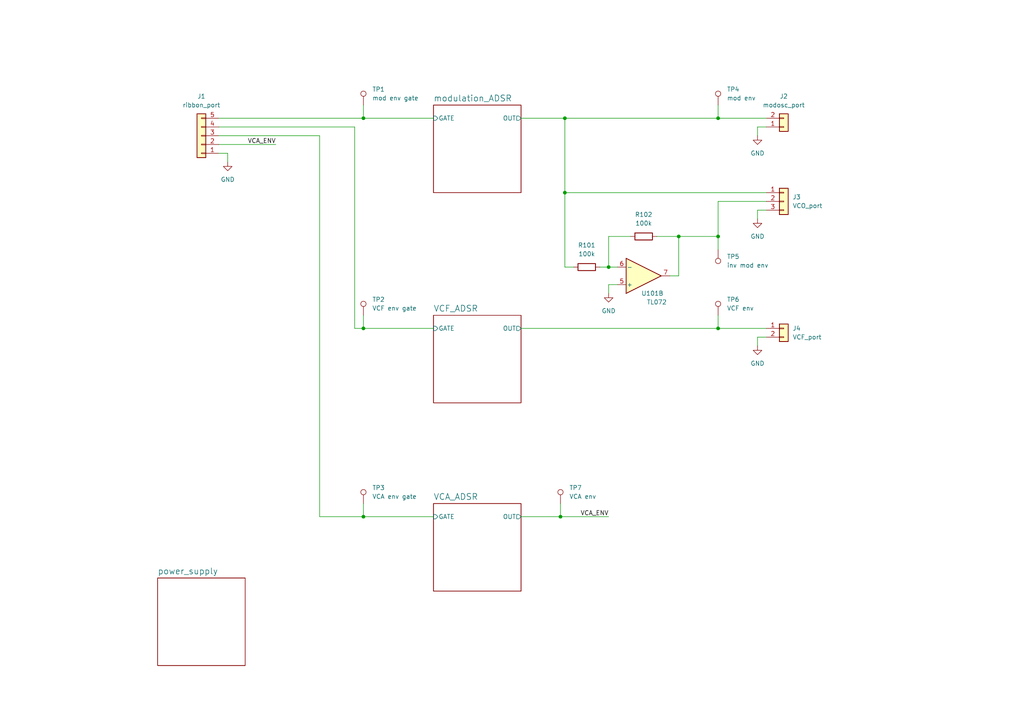
<source format=kicad_sch>
(kicad_sch (version 20211123) (generator eeschema)
  (paper "A4")
  (title_block (title "Josh Ox Ribbon Synth ADSR board") (date "2022-06-16") (rev "0") (comment 2 "creativecommons.org/licences/by/4.0") (comment 3 "license: CC by 4.0") (comment 4 "Author: Jordan Aceto"))
  (lib_symbols
    (symbol "Amplifier_Operational:TL072" (pin_names (offset 0.127))
      (property "Reference" "U" (at 0 5.08 0))
      (property "Value" "TL072" (at 0 -5.08 0))
      (symbol "TL072_1_1"
        (polyline (pts (xy -5.08 5.08) (xy 5.08 0) (xy -5.08 -5.08) (xy -5.08 5.08)) (stroke (width 0.254)) (fill (type background)))
        (pin output line (at 7.62 0 180) (length 2.54) (name "~") (number "1"))
        (pin input line (at -7.62 -2.54 0) (length 2.54) (name "-") (number "2"))
        (pin input line (at -7.62 2.54 0) (length 2.54) (name "+") (number "3"))
      )
      (symbol "TL072_2_1"
        (polyline (pts (xy -5.08 5.08) (xy 5.08 0) (xy -5.08 -5.08) (xy -5.08 5.08)) (stroke (width 0.254)) (fill (type background)))
        (pin input line (at -7.62 2.54 0) (length 2.54) (name "+") (number "5"))
        (pin input line (at -7.62 -2.54 0) (length 2.54) (name "-") (number "6"))
        (pin output line (at 7.62 0 180) (length 2.54) (name "~") (number "7"))
      )
      (symbol "TL072_3_1"
        (pin power_in line (at -2.54 -7.62 90) (length 3.81) (name "V-") (number "4"))
        (pin power_in line (at -2.54 7.62 270) (length 3.81) (name "V+") (number "8"))
      )
    )
    (symbol "Connector:TestPoint" (pin_numbers hide) (pin_names (offset 0.762) hide)
      (property "Reference" "TP" (at 0 6.858 0))
      (property "Value" "TestPoint" (at 0 5.08 0))
      (symbol "TestPoint_0_1"
        (circle (center 0 3.302) (radius 0.762))
      )
      (symbol "TestPoint_1_1"
        (pin passive line (at 0 0 90) (length 2.54) (name "1") (number "1"))
      )
    )
    (symbol "Connector_Generic:Conn_01x02" (pin_names (offset 1.016) hide)
      (property "Reference" "J" (at 0 2.54 0))
      (property "Value" "Conn_01x02" (at 0 -5.08 0))
      (symbol "Conn_01x02_1_1"
        (rectangle (start -1.27 -2.413) (end 0 -2.667) (stroke (width 0.1524)))
        (rectangle (start -1.27 0.127) (end 0 -0.127) (stroke (width 0.1524)))
        (rectangle (start -1.27 1.27) (end 1.27 -3.81) (stroke (width 0.254)) (fill (type background)))
        (pin passive line (at -5.08 0 0) (length 3.81) (name "Pin_1") (number "1"))
        (pin passive line (at -5.08 -2.54 0) (length 3.81) (name "Pin_2") (number "2"))
      )
    )
    (symbol "Connector_Generic:Conn_01x03" (pin_names (offset 1.016) hide)
      (property "Reference" "J" (at 0 5.08 0))
      (property "Value" "Conn_01x03" (at 0 -5.08 0))
      (symbol "Conn_01x03_1_1"
        (rectangle (start -1.27 -2.413) (end 0 -2.667) (stroke (width 0.1524)))
        (rectangle (start -1.27 0.127) (end 0 -0.127) (stroke (width 0.1524)))
        (rectangle (start -1.27 2.667) (end 0 2.413) (stroke (width 0.1524)))
        (rectangle (start -1.27 3.81) (end 1.27 -3.81) (stroke (width 0.254)) (fill (type background)))
        (pin passive line (at -5.08 2.54 0) (length 3.81) (name "Pin_1") (number "1"))
        (pin passive line (at -5.08 0 0) (length 3.81) (name "Pin_2") (number "2"))
        (pin passive line (at -5.08 -2.54 0) (length 3.81) (name "Pin_3") (number "3"))
      )
    )
    (symbol "Connector_Generic:Conn_01x05" (pin_names (offset 1.016) hide)
      (property "Reference" "J" (at 0 7.62 0))
      (property "Value" "Conn_01x05" (at 0 -7.62 0))
      (symbol "Conn_01x05_1_1"
        (rectangle (start -1.27 -4.953) (end 0 -5.207) (stroke (width 0.1524)))
        (rectangle (start -1.27 -2.413) (end 0 -2.667) (stroke (width 0.1524)))
        (rectangle (start -1.27 0.127) (end 0 -0.127) (stroke (width 0.1524)))
        (rectangle (start -1.27 2.667) (end 0 2.413) (stroke (width 0.1524)))
        (rectangle (start -1.27 5.207) (end 0 4.953) (stroke (width 0.1524)))
        (rectangle (start -1.27 6.35) (end 1.27 -6.35) (stroke (width 0.254)) (fill (type background)))
        (pin passive line (at -5.08 5.08 0) (length 3.81) (name "Pin_1") (number "1"))
        (pin passive line (at -5.08 2.54 0) (length 3.81) (name "Pin_2") (number "2"))
        (pin passive line (at -5.08 0 0) (length 3.81) (name "Pin_3") (number "3"))
        (pin passive line (at -5.08 -2.54 0) (length 3.81) (name "Pin_4") (number "4"))
        (pin passive line (at -5.08 -5.08 0) (length 3.81) (name "Pin_5") (number "5"))
      )
    )
    (symbol "Device:R" (pin_numbers hide) (pin_names (offset 0))
      (property "Reference" "R" (at 2.032 0 90))
      (property "Value" "R" (at 0 0 90))
      (symbol "R_0_1"
        (rectangle (start -1.016 -2.54) (end 1.016 2.54) (stroke (width 0.254)))
      )
      (symbol "R_1_1"
        (pin passive line (at 0 3.81 270) (length 1.27) (name "~") (number "1"))
        (pin passive line (at 0 -3.81 90) (length 1.27) (name "~") (number "2"))
      )
    )
    (symbol "power:GND" (power) (pin_names (offset 0))
      (property "Value" "GND" (at 0 -3.81 0))
      (symbol "GND_0_1"
        (polyline (pts (xy 0 0) (xy 0 -1.27) (xy 1.27 -1.27) (xy 0 -2.54) (xy -1.27 -1.27) (xy 0 -1.27)))
      )
      (symbol "GND_1_1"
        (pin power_in line (at 0 0 270) (length 0) hide (name "GND") (number "1"))
      )
    )
  )
  (junction (at 196.85 68.58))
  (junction (at 105.41 149.86))
  (junction (at 176.53 77.47))
  (junction (at 105.41 34.29))
  (junction (at 105.41 95.25))
  (junction (at 208.28 68.58))
  (junction (at 163.83 34.29))
  (junction (at 163.83 55.88))
  (junction (at 162.56 149.86))
  (junction (at 208.28 34.29))
  (junction (at 208.28 95.25))
  (wire (pts (xy 176.53 68.58) (xy 182.88 68.58)))
  (wire (pts (xy 63.5 34.29) (xy 105.41 34.29)))
  (wire (pts (xy 219.71 36.83) (xy 222.25 36.83)))
  (wire (pts (xy 176.53 82.55) (xy 179.07 82.55)))
  (wire (pts (xy 105.41 34.29) (xy 125.73 34.29)))
  (wire (pts (xy 151.13 34.29) (xy 163.83 34.29)))
  (wire (pts (xy 208.28 30.48) (xy 208.28 34.29)))
  (wire (pts (xy 196.85 68.58) (xy 208.28 68.58)))
  (wire (pts (xy 196.85 68.58) (xy 190.5 68.58)))
  (wire (pts (xy 92.71 39.37) (xy 92.71 149.86)))
  (wire (pts (xy 163.83 55.88) (xy 222.25 55.88)))
  (wire (pts (xy 163.83 55.88) (xy 163.83 34.29)))
  (wire (pts (xy 208.28 34.29) (xy 222.25 34.29)))
  (wire (pts (xy 63.5 41.91) (xy 80.01 41.91)))
  (wire (pts (xy 173.99 77.47) (xy 176.53 77.47)))
  (wire (pts (xy 208.28 95.25) (xy 222.25 95.25)))
  (wire (pts (xy 208.28 91.44) (xy 208.28 95.25)))
  (wire (pts (xy 92.71 149.86) (xy 105.41 149.86)))
  (wire (pts (xy 66.04 46.99) (xy 66.04 44.45)))
  (wire (pts (xy 219.71 100.33) (xy 219.71 97.79)))
  (wire (pts (xy 105.41 95.25) (xy 125.73 95.25)))
  (wire (pts (xy 105.41 91.44) (xy 105.41 95.25)))
  (wire (pts (xy 219.71 39.37) (xy 219.71 36.83)))
  (wire (pts (xy 219.71 60.96) (xy 222.25 60.96)))
  (wire (pts (xy 105.41 30.48) (xy 105.41 34.29)))
  (wire (pts (xy 208.28 68.58) (xy 208.28 58.42)))
  (wire (pts (xy 151.13 95.25) (xy 208.28 95.25)))
  (wire (pts (xy 102.87 95.25) (xy 105.41 95.25)))
  (wire (pts (xy 151.13 149.86) (xy 162.56 149.86)))
  (wire (pts (xy 219.71 97.79) (xy 222.25 97.79)))
  (wire (pts (xy 162.56 149.86) (xy 176.53 149.86)))
  (wire (pts (xy 208.28 68.58) (xy 208.28 72.39)))
  (wire (pts (xy 63.5 36.83) (xy 102.87 36.83)))
  (wire (pts (xy 66.04 44.45) (xy 63.5 44.45)))
  (wire (pts (xy 162.56 146.05) (xy 162.56 149.86)))
  (wire (pts (xy 194.31 80.01) (xy 196.85 80.01)))
  (wire (pts (xy 196.85 80.01) (xy 196.85 68.58)))
  (wire (pts (xy 176.53 77.47) (xy 176.53 68.58)))
  (wire (pts (xy 102.87 36.83) (xy 102.87 95.25)))
  (wire (pts (xy 166.37 77.47) (xy 163.83 77.47)))
  (wire (pts (xy 219.71 63.5) (xy 219.71 60.96)))
  (wire (pts (xy 208.28 58.42) (xy 222.25 58.42)))
  (wire (pts (xy 176.53 77.47) (xy 179.07 77.47)))
  (wire (pts (xy 105.41 149.86) (xy 125.73 149.86)))
  (wire (pts (xy 163.83 34.29) (xy 208.28 34.29)))
  (wire (pts (xy 176.53 85.09) (xy 176.53 82.55)))
  (wire (pts (xy 105.41 146.05) (xy 105.41 149.86)))
  (wire (pts (xy 163.83 77.47) (xy 163.83 55.88)))
  (wire (pts (xy 63.5 39.37) (xy 92.71 39.37)))
  (label "VCA_ENV" (at 80.01 41.91 180))
  (label "VCA_ENV" (at 176.53 149.86 180))
  (symbol (lib_id "Amplifier_Operational:TL072") (at 186.69 80.01 0) (mirror x) (unit 2)
    (property "Reference" "U101" (at 189.23 85.09 0))
    (property "Value" "TL072" (at 190.5 87.63 0))
    (property "Footprint" "Package_SO:SO-8_5.3x6.2mm_P1.27mm" (effects hide))
    (property "Datasheet" "http://www.ti.com/lit/ds/symlink/tl071.pdf" (effects hide))
  )
  (symbol (lib_id "Connector:TestPoint") (at 105.41 30.48 0) (unit 1) (in_bom no)
    (property "Reference" "TP1" (at 107.95 25.9079 0) (effects (justify left)))
    (property "Value" "mod env gate" (at 107.95 28.4479 0) (effects (justify left)))
    (property "Footprint" "TestPoint:TestPoint_Keystone_5000-5004_Miniature" (effects hide))
  )
  (symbol (lib_id "Connector:TestPoint") (at 208.28 72.39 180) (unit 1) (in_bom no)
    (property "Reference" "TP5" (at 210.82 74.4219 0) (effects (justify right)))
    (property "Value" "inv mod env" (at 210.82 76.9619 0) (effects (justify right)))
    (property "Footprint" "TestPoint:TestPoint_Keystone_5000-5004_Miniature" (effects hide))
  )
  (symbol (lib_id "Device:R") (at 170.18 77.47 90) (unit 1)
    (property "Reference" "R101" (at 170.18 71.12 90))
    (property "Value" "100k" (at 170.18 73.66 90))
    (property "Footprint" "Resistor_SMD:R_0805_2012Metric" (effects hide))
  )
  (symbol (lib_id "Device:R") (at 186.69 68.58 90) (unit 1)
    (property "Reference" "R102" (at 186.69 62.23 90))
    (property "Value" "100k" (at 186.69 64.77 90))
    (property "Footprint" "Resistor_SMD:R_0805_2012Metric" (effects hide))
  )
  (symbol (lib_id "power:GND") (at 176.53 85.09 0) (unit 1)
    (property "Reference" "#PWR0104" (effects hide))
    (property "Value" "GND" (at 176.53 90.17 0))
  )
  (symbol (lib_id "Connector_Generic:Conn_01x05") (at 58.42 39.37 180) (unit 1)
    (property "Reference" "J1" (at 58.42 27.94 0))
    (property "Value" "ribbon_port" (at 58.42 30.48 0))
    (property "Footprint" "Connector_Molex:Molex_KK-254_AE-6410-05A_1x05_P2.54mm_Vertical" (effects hide))
  )
  (symbol (lib_id "Connector:TestPoint") (at 105.41 91.44 0) (unit 1) (in_bom no)
    (property "Reference" "TP2" (at 107.95 86.8679 0) (effects (justify left)))
    (property "Value" "VCF env gate" (at 107.95 89.4079 0) (effects (justify left)))
    (property "Footprint" "TestPoint:TestPoint_Keystone_5000-5004_Miniature" (effects hide))
  )
  (symbol (lib_id "Connector:TestPoint") (at 208.28 91.44 0) (unit 1) (in_bom no)
    (property "Reference" "TP6" (at 210.82 86.8679 0) (effects (justify left)))
    (property "Value" "VCF env" (at 210.82 89.4079 0) (effects (justify left)))
    (property "Footprint" "TestPoint:TestPoint_Keystone_5000-5004_Miniature" (effects hide))
  )
  (symbol (lib_id "Connector:TestPoint") (at 162.56 146.05 0) (unit 1) (in_bom no)
    (property "Reference" "TP7" (at 165.1 141.4779 0) (effects (justify left)))
    (property "Value" "VCA env" (at 165.1 144.0179 0) (effects (justify left)))
    (property "Footprint" "TestPoint:TestPoint_Keystone_5000-5004_Miniature" (effects hide))
  )
  (symbol (lib_id "power:GND") (at 219.71 39.37 0) (mirror y) (unit 1)
    (property "Reference" "#PWR0101" (effects hide))
    (property "Value" "GND" (at 219.71 44.45 0))
  )
  (symbol (lib_id "Connector_Generic:Conn_01x02") (at 227.33 36.83 0) (mirror x) (unit 1)
    (property "Reference" "J2" (at 227.33 27.94 0))
    (property "Value" "modosc_port" (at 227.33 30.48 0))
    (property "Footprint" "Connector_Molex:Molex_KK-254_AE-6410-02A_1x02_P2.54mm_Vertical" (effects hide))
  )
  (symbol (lib_id "Connector:TestPoint") (at 105.41 146.05 0) (unit 1) (in_bom no)
    (property "Reference" "TP3" (at 107.95 141.4779 0) (effects (justify left)))
    (property "Value" "VCA env gate" (at 107.95 144.0179 0) (effects (justify left)))
    (property "Footprint" "TestPoint:TestPoint_Keystone_5000-5004_Miniature" (effects hide))
  )
  (symbol (lib_id "Connector_Generic:Conn_01x03") (at 227.33 58.42 0) (unit 1)
    (property "Reference" "J3" (at 229.87 57.1499 0) (effects (justify left)))
    (property "Value" "VCO_port" (at 229.87 59.6899 0) (effects (justify left)))
    (property "Footprint" "Connector_Molex:Molex_KK-254_AE-6410-03A_1x03_P2.54mm_Vertical" (effects hide))
  )
  (symbol (lib_id "power:GND") (at 219.71 100.33 0) (mirror y) (unit 1)
    (property "Reference" "#PWR0105" (effects hide))
    (property "Value" "GND" (at 219.71 105.41 0))
  )
  (symbol (lib_id "Connector:TestPoint") (at 208.28 30.48 0) (unit 1) (in_bom no)
    (property "Reference" "TP4" (at 210.82 25.9079 0) (effects (justify left)))
    (property "Value" "mod env" (at 210.82 28.4479 0) (effects (justify left)))
    (property "Footprint" "TestPoint:TestPoint_Keystone_5000-5004_Miniature" (effects hide))
  )
  (symbol (lib_id "power:GND") (at 219.71 63.5 0) (mirror y) (unit 1)
    (property "Reference" "#PWR0103" (effects hide))
    (property "Value" "GND" (at 219.71 68.58 0))
  )
  (symbol (lib_id "power:GND") (at 66.04 46.99 0) (unit 1)
    (property "Reference" "#PWR0102" (effects hide))
    (property "Value" "GND" (at 66.04 52.07 0))
  )
  (symbol (lib_id "Connector_Generic:Conn_01x02") (at 227.33 95.25 0) (unit 1)
    (property "Reference" "J4" (at 229.87 95.2499 0) (effects (justify left)))
    (property "Value" "VCF_port" (at 229.87 97.7899 0) (effects (justify left)))
    (property "Footprint" "Connector_Molex:Molex_KK-254_AE-6410-02A_1x02_P2.54mm_Vertical" (effects hide))
  )
  (sheet (at 125.73 146.05) (size 25.4 25.4) (stroke (width 0.1524))
    (property "Sheet name" "VCA_ADSR" (at 125.73 145.0984 0) (effects (font (size 1.75 1.75)) (justify left bottom)))
    (property "Sheet file" "ADSR.kicad_sch" (effects hide))
    (pin "OUT" output (at 151.13 149.86 0))
    (pin "GATE" input (at 125.73 149.86 180))
  )
  (sheet (at 45.72 167.64) (size 25.4 25.4) (stroke (width 0.1524))
    (property "Sheet name" "power_supply" (at 45.72 166.6884 0) (effects (font (size 1.75 1.75)) (justify left bottom)))
    (property "Sheet file" "power_supply.kicad_sch" (effects hide))
  )
  (sheet (at 125.73 91.44) (size 25.4 25.4) (stroke (width 0.1524))
    (property "Sheet name" "VCF_ADSR" (at 125.73 90.4884 0) (effects (font (size 1.75 1.75)) (justify left bottom)))
    (property "Sheet file" "ADSR.kicad_sch" (effects hide))
    (pin "OUT" output (at 151.13 95.25 0))
    (pin "GATE" input (at 125.73 95.25 180))
  )
  (sheet (at 125.73 30.48) (size 25.4 25.4) (stroke (width 0.1524))
    (property "Sheet name" "modulation_ADSR" (at 125.73 29.5284 0) (effects (font (size 1.75 1.75)) (justify left bottom)))
    (property "Sheet file" "ADSR.kicad_sch" (effects hide))
    (pin "OUT" output (at 151.13 34.29 0))
    (pin "GATE" input (at 125.73 34.29 180))
  )
)
</source>
